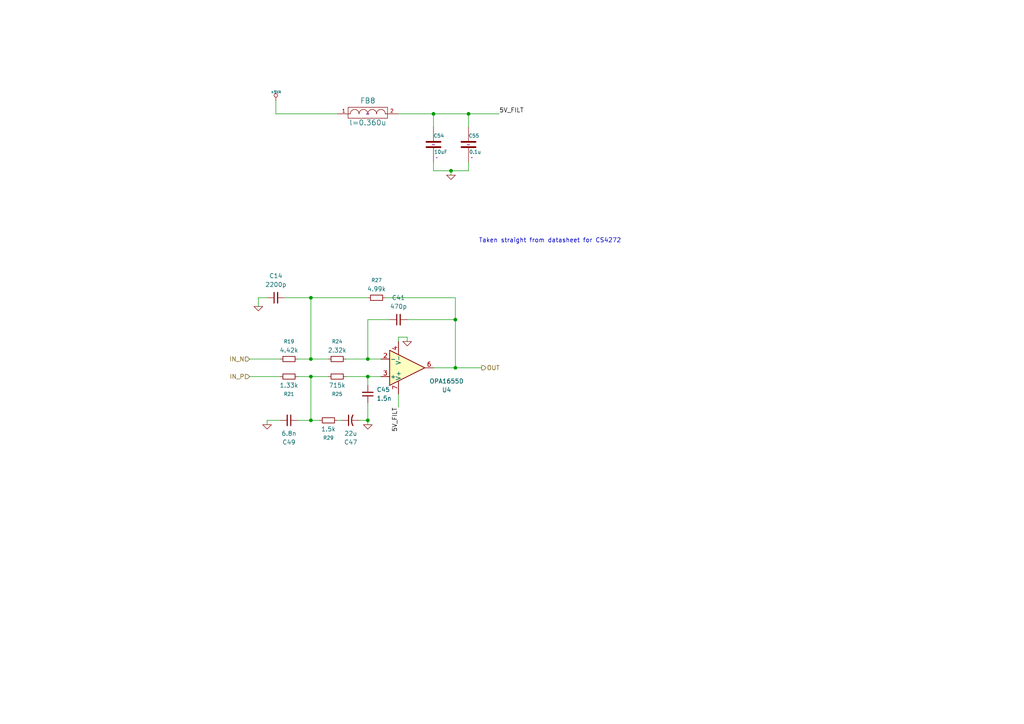
<source format=kicad_sch>
(kicad_sch (version 20250114) (generator "eeschema") (generator_version "9.0")
  (paper "A4")
  (title_block (title "24 bit audio board for Teensy 3.x") (date "10 may 2015") (rev "0.1a") (company "RF William Hollender"))
  (lib_symbols
    (symbol "+5VA_1" (power) (pin_numbers (hide yes)) (pin_names (offset 0))
      (property "Value" "+5VA" (at 0 2.54 0))
      (symbol "+5VA_1_0_0"
        (pin power_in line (at 0 0 90) (length 0) (hide yes) (name "+5VA") (number "1"))
      )
      (symbol "+5VA_1_0_1"
        (circle (center 0 1.524) (radius 0.508))
        (polyline (pts (xy 0 0) (xy 0 1.016) (xy 0 1.016)))
      )
    )
    (symbol "+5VA_2" (power) (pin_numbers (hide yes)) (pin_names (offset 0))
      (property "Value" "+5VA" (at 0 2.54 0))
      (symbol "+5VA_2_0_0"
        (pin power_in line (at 0 0 90) (length 0) (hide yes) (name "+5VA") (number "1"))
      )
      (symbol "+5VA_2_0_1"
        (circle (center 0 1.524) (radius 0.508))
        (polyline (pts (xy 0 0) (xy 0 1.016) (xy 0 1.016)))
      )
    )
    (symbol "Amplifier_Operational:OPA1655D" (pin_names (offset 0.127))
      (property "Reference" "U" (at 0 6.35 0))
      (property "Value" "OPA1655D" (at 0 3.81 0))
      (symbol "OPA1655D_0_1"
        (polyline (pts (xy -5.08 5.08) (xy 5.08 0) (xy -5.08 -5.08) (xy -5.08 5.08)) (stroke (width 0.254)) (fill (type background)))
      )
      (symbol "OPA1655D_1_1"
        (pin input line (at -7.62 2.54 0) (length 2.54) (name "+") (number "3"))
        (pin input line (at -7.62 -2.54 0) (length 2.54) (name "-") (number "2"))
        (pin power_in line (at -2.54 7.62 270) (length 3.81) (name "V+") (number "7"))
        (pin no_connect line (at -2.54 2.54 270) (length 2.54) (hide yes) (name "NC") (number "1"))
        (pin power_in line (at -2.54 -7.62 90) (length 3.81) (name "V-") (number "4"))
        (pin no_connect line (at 0 2.54 270) (length 2.54) (hide yes) (name "NC") (number "5"))
        (pin no_connect line (at 0 -2.54 90) (length 2.54) (hide yes) (name "NC") (number "8"))
        (pin output line (at 7.62 0 180) (length 2.54) (name "~") (number "6"))
      )
    )
    (symbol "C_1" (pin_numbers (hide yes)) (pin_names (offset 0.254))
      (property "Reference" "C" (at 0 2.54 0))
      (property "Value" "C" (at 0.1524 -2.159 0))
      (symbol "C_1_0_1"
        (polyline (pts (xy -2.032 0.762) (xy 2.032 0.762)) (stroke (width 0.508)))
        (polyline (pts (xy -2.032 -0.762) (xy 2.032 -0.762)) (stroke (width 0.508)))
      )
      (symbol "C_1_1_1"
        (pin passive line (at 0 5.08 270) (length 4.318) (name "~") (number "1"))
        (pin passive line (at 0 -5.08 90) (length 4.318) (name "~") (number "2"))
      )
    )
    (symbol "C_16" (pin_numbers (hide yes)) (pin_names (offset 0.254))
      (property "Reference" "C" (at 0 2.54 0))
      (property "Value" "C" (at 0.1524 -2.159 0))
      (symbol "C_16_0_1"
        (polyline (pts (xy -2.032 0.762) (xy 2.032 0.762)) (stroke (width 0.508)))
        (polyline (pts (xy -2.032 -0.762) (xy 2.032 -0.762)) (stroke (width 0.508)))
      )
      (symbol "C_16_1_1"
        (pin passive line (at 0 5.08 270) (length 4.318) (name "~") (number "1"))
        (pin passive line (at 0 -5.08 90) (length 4.318) (name "~") (number "2"))
      )
    )
    (symbol "C_17" (pin_numbers (hide yes)) (pin_names (offset 0.254))
      (property "Reference" "C" (at 0 2.54 0))
      (property "Value" "C" (at 0.1524 -2.159 0))
      (symbol "C_17_0_1"
        (polyline (pts (xy -2.032 0.762) (xy 2.032 0.762)) (stroke (width 0.508)))
        (polyline (pts (xy -2.032 -0.762) (xy 2.032 -0.762)) (stroke (width 0.508)))
      )
      (symbol "C_17_1_1"
        (pin passive line (at 0 5.08 270) (length 4.318) (name "~") (number "1"))
        (pin passive line (at 0 -5.08 90) (length 4.318) (name "~") (number "2"))
      )
    )
    (symbol "C_2" (pin_numbers (hide yes)) (pin_names (offset 0.254))
      (property "Reference" "C" (at 0 2.54 0))
      (property "Value" "C" (at 0.1524 -2.159 0))
      (symbol "C_2_0_1"
        (polyline (pts (xy -2.032 0.762) (xy 2.032 0.762)) (stroke (width 0.508)))
        (polyline (pts (xy -2.032 -0.762) (xy 2.032 -0.762)) (stroke (width 0.508)))
      )
      (symbol "C_2_1_1"
        (pin passive line (at 0 5.08 270) (length 4.318) (name "~") (number "1"))
        (pin passive line (at 0 -5.08 90) (length 4.318) (name "~") (number "2"))
      )
    )
    (symbol "C_3" (pin_numbers (hide yes)) (pin_names (offset 0.254))
      (property "Reference" "C" (at 0 2.54 0))
      (property "Value" "C" (at 0.1524 -2.159 0))
      (symbol "C_3_0_1"
        (polyline (pts (xy -2.032 0.762) (xy 2.032 0.762)) (stroke (width 0.508)))
        (polyline (pts (xy -2.032 -0.762) (xy 2.032 -0.762)) (stroke (width 0.508)))
      )
      (symbol "C_3_1_1"
        (pin passive line (at 0 5.08 270) (length 4.318) (name "~") (number "1"))
        (pin passive line (at 0 -5.08 90) (length 4.318) (name "~") (number "2"))
      )
    )
    (symbol "C_4" (pin_numbers (hide yes)) (pin_names (offset 0.254))
      (property "Reference" "C" (at 0 2.54 0))
      (property "Value" "C" (at 0.1524 -2.159 0))
      (symbol "C_4_0_1"
        (polyline (pts (xy -2.032 0.762) (xy 2.032 0.762)) (stroke (width 0.508)))
        (polyline (pts (xy -2.032 -0.762) (xy 2.032 -0.762)) (stroke (width 0.508)))
      )
      (symbol "C_4_1_1"
        (pin passive line (at 0 5.08 270) (length 4.318) (name "~") (number "1"))
        (pin passive line (at 0 -5.08 90) (length 4.318) (name "~") (number "2"))
      )
    )
    (symbol "C_5" (pin_numbers (hide yes)) (pin_names (offset 0.254))
      (property "Reference" "C" (at 0 2.54 0))
      (property "Value" "C" (at 0.1524 -2.159 0))
      (symbol "C_5_0_1"
        (polyline (pts (xy -2.032 0.762) (xy 2.032 0.762)) (stroke (width 0.508)))
        (polyline (pts (xy -2.032 -0.762) (xy 2.032 -0.762)) (stroke (width 0.508)))
      )
      (symbol "C_5_1_1"
        (pin passive line (at 0 5.08 270) (length 4.318) (name "~") (number "1"))
        (pin passive line (at 0 -5.08 90) (length 4.318) (name "~") (number "2"))
      )
    )
    (symbol "C_6" (pin_numbers (hide yes)) (pin_names (offset 0.254))
      (property "Reference" "C" (at 0 2.54 0))
      (property "Value" "C" (at 0.1524 -2.159 0))
      (symbol "C_6_0_1"
        (polyline (pts (xy -2.032 0.762) (xy 2.032 0.762)) (stroke (width 0.508)))
        (polyline (pts (xy -2.032 -0.762) (xy 2.032 -0.762)) (stroke (width 0.508)))
      )
      (symbol "C_6_1_1"
        (pin passive line (at 0 5.08 270) (length 4.318) (name "~") (number "1"))
        (pin passive line (at 0 -5.08 90) (length 4.318) (name "~") (number "2"))
      )
    )
    (symbol "C_7" (pin_numbers (hide yes)) (pin_names (offset 0.254))
      (property "Reference" "C" (at 0 2.54 0))
      (property "Value" "C" (at 0.1524 -2.159 0))
      (symbol "C_7_0_1"
        (polyline (pts (xy -2.032 0.762) (xy 2.032 0.762)) (stroke (width 0.508)))
        (polyline (pts (xy -2.032 -0.762) (xy 2.032 -0.762)) (stroke (width 0.508)))
      )
      (symbol "C_7_1_1"
        (pin passive line (at 0 5.08 270) (length 4.318) (name "~") (number "1"))
        (pin passive line (at 0 -5.08 90) (length 4.318) (name "~") (number "2"))
      )
    )
    (symbol "C_8" (pin_numbers (hide yes)) (pin_names (offset 0.254))
      (property "Reference" "C" (at 0 2.54 0))
      (property "Value" "C" (at 0.1524 -2.159 0))
      (symbol "C_8_0_1"
        (polyline (pts (xy -2.032 0.762) (xy 2.032 0.762)) (stroke (width 0.508)))
        (polyline (pts (xy -2.032 -0.762) (xy 2.032 -0.762)) (stroke (width 0.508)))
      )
      (symbol "C_8_1_1"
        (pin passive line (at 0 5.08 270) (length 4.318) (name "~") (number "1"))
        (pin passive line (at 0 -5.08 90) (length 4.318) (name "~") (number "2"))
      )
    )
    (symbol "C_9" (pin_numbers (hide yes)) (pin_names (offset 0.254))
      (property "Reference" "C" (at 0 2.54 0))
      (property "Value" "C" (at 0.1524 -2.159 0))
      (symbol "C_9_0_1"
        (polyline (pts (xy -2.032 0.762) (xy 2.032 0.762)) (stroke (width 0.508)))
        (polyline (pts (xy -2.032 -0.762) (xy 2.032 -0.762)) (stroke (width 0.508)))
      )
      (symbol "C_9_1_1"
        (pin passive line (at 0 5.08 270) (length 4.318) (name "~") (number "1"))
        (pin passive line (at 0 -5.08 90) (length 4.318) (name "~") (number "2"))
      )
    )
    (symbol "Device:C_Small" (pin_numbers (hide yes)) (pin_names (offset 0.254) (hide yes))
      (property "Reference" "C" (at 0.254 1.778 0))
      (property "Value" "C_Small" (at 0.254 -2.032 0))
      (symbol "C_Small_0_1"
        (polyline (pts (xy -1.524 0.508) (xy 1.524 0.508)) (stroke (width 0.3048)))
        (polyline (pts (xy -1.524 -0.508) (xy 1.524 -0.508)) (stroke (width 0.3302)))
      )
      (symbol "C_Small_1_1"
        (pin passive line (at 0 2.54 270) (length 2.032) (name "~") (number "1"))
        (pin passive line (at 0 -2.54 90) (length 2.032) (name "~") (number "2"))
      )
    )
    (symbol "Device:C_Small_US" (pin_numbers (hide yes)) (pin_names (offset 0.254) (hide yes))
      (property "Reference" "C" (at 0.254 1.778 0))
      (property "Value" "C_Small_US" (at 0.254 -2.032 0))
      (symbol "C_Small_US_0_1"
        (polyline (pts (xy -1.524 0.508) (xy 1.524 0.508)) (stroke (width 0.3048)))
        (arc (start -1.524 -0.762) (mid 0 -0.3734) (end 1.524 -0.762) (stroke (width 0.3048)))
      )
      (symbol "C_Small_US_1_1"
        (pin passive line (at 0 2.54 270) (length 2.032) (name "~") (number "1"))
        (pin passive line (at 0 -2.54 90) (length 2.032) (name "~") (number "2"))
      )
    )
    (symbol "Device:R_Small" (pin_numbers (hide yes)) (pin_names (offset 0.254) (hide yes))
      (property "Reference" "R" (at 0 0 90))
      (property "Value" "R_Small" (at 1.778 0 90))
      (symbol "R_Small_0_1"
        (rectangle (start -0.762 1.778) (end 0.762 -1.778) (stroke (width 0.2032)))
      )
      (symbol "R_Small_1_1"
        (pin passive line (at 0 2.54 270) (length 0.762) (name "~") (number "1"))
        (pin passive line (at 0 -2.54 90) (length 0.762) (name "~") (number "2"))
      )
    )
    (symbol "FILTER_1" (pin_names (offset 1.016) (hide yes))
      (property "Reference" "FB" (at 0 3.81 0))
      (property "Value" "FILTER" (at 0 -2.54 0))
      (symbol "FILTER_1_0_1"
        (rectangle (start -5.715 1.905) (end 5.715 -1.27))
        (arc (start -5.08 0) (mid -3.81 1.27) (end -2.54 0))
        (arc (start -2.54 0) (mid -1.27 1.27) (end 0 0))
        (arc (start 0 0) (mid 0 0) (end 0 0))
        (arc (start 0 0) (mid 1.27 1.27) (end 2.54 0))
        (arc (start 2.54 0) (mid 3.81 1.27) (end 5.08 0))
      )
      (symbol "FILTER_1_1_1"
        (pin passive line (at -8.89 0 0) (length 3.81) (name "1") (number "1"))
        (pin passive line (at 8.89 0 180) (length 3.81) (name "2") (number "2"))
      )
    )
    (symbol "FILTER_2" (pin_names (offset 1.016) (hide yes))
      (property "Reference" "FB" (at 0 3.81 0))
      (property "Value" "FILTER" (at 0 -2.54 0))
      (symbol "FILTER_2_0_1"
        (rectangle (start -5.715 1.905) (end 5.715 -1.27))
        (arc (start -5.08 0) (mid -3.81 1.27) (end -2.54 0))
        (arc (start -2.54 0) (mid -1.27 1.27) (end 0 0))
        (arc (start 0 0) (mid 0 0) (end 0 0))
        (arc (start 0 0) (mid 1.27 1.27) (end 2.54 0))
        (arc (start 2.54 0) (mid 3.81 1.27) (end 5.08 0))
      )
      (symbol "FILTER_2_1_1"
        (pin passive line (at -8.89 0 0) (length 3.81) (name "1") (number "1"))
        (pin passive line (at 8.89 0 180) (length 3.81) (name "2") (number "2"))
      )
    )
    (symbol "GND_1" (power) (pin_names (offset 0))
      (symbol "GND_1_0_1"
        (polyline (pts (xy -1.27 0) (xy 0 -1.27) (xy 1.27 0) (xy -1.27 0)))
      )
      (symbol "GND_1_1_1"
        (pin power_in line (at 0 0 90) (length 0) (hide yes) (name "GND") (number "1"))
      )
    )
    (symbol "GND_10" (power) (pin_names (offset 0))
      (symbol "GND_10_0_1"
        (polyline (pts (xy -1.27 0) (xy 0 -1.27) (xy 1.27 0) (xy -1.27 0)))
      )
      (symbol "GND_10_1_1"
        (pin power_in line (at 0 0 90) (length 0) (hide yes) (name "GND") (number "1"))
      )
    )
    (symbol "GND_14" (power) (pin_names (offset 0))
      (symbol "GND_14_0_1"
        (polyline (pts (xy -1.27 0) (xy 0 -1.27) (xy 1.27 0) (xy -1.27 0)))
      )
      (symbol "GND_14_1_1"
        (pin power_in line (at 0 0 90) (length 0) (hide yes) (name "GND") (number "1"))
      )
    )
    (symbol "GND_2" (power) (pin_names (offset 0))
      (symbol "GND_2_0_1"
        (polyline (pts (xy -1.27 0) (xy 0 -1.27) (xy 1.27 0) (xy -1.27 0)))
      )
      (symbol "GND_2_1_1"
        (pin power_in line (at 0 0 90) (length 0) (hide yes) (name "GND") (number "1"))
      )
    )
    (symbol "GND_3" (power) (pin_names (offset 0))
      (symbol "GND_3_0_1"
        (polyline (pts (xy -1.27 0) (xy 0 -1.27) (xy 1.27 0) (xy -1.27 0)))
      )
      (symbol "GND_3_1_1"
        (pin power_in line (at 0 0 90) (length 0) (hide yes) (name "GND") (number "1"))
      )
    )
    (symbol "GND_4" (power) (pin_names (offset 0))
      (symbol "GND_4_0_1"
        (polyline (pts (xy -1.27 0) (xy 0 -1.27) (xy 1.27 0) (xy -1.27 0)))
      )
      (symbol "GND_4_1_1"
        (pin power_in line (at 0 0 90) (length 0) (hide yes) (name "GND") (number "1"))
      )
    )
    (symbol "GND_5" (power) (pin_names (offset 0))
      (symbol "GND_5_0_1"
        (polyline (pts (xy -1.27 0) (xy 0 -1.27) (xy 1.27 0) (xy -1.27 0)))
      )
      (symbol "GND_5_1_1"
        (pin power_in line (at 0 0 90) (length 0) (hide yes) (name "GND") (number "1"))
      )
    )
    (symbol "GND_6" (power) (pin_names (offset 0))
      (symbol "GND_6_0_1"
        (polyline (pts (xy -1.27 0) (xy 0 -1.27) (xy 1.27 0) (xy -1.27 0)))
      )
      (symbol "GND_6_1_1"
        (pin power_in line (at 0 0 90) (length 0) (hide yes) (name "GND") (number "1"))
      )
    )
    (symbol "GND_7" (power) (pin_names (offset 0))
      (symbol "GND_7_0_1"
        (polyline (pts (xy -1.27 0) (xy 0 -1.27) (xy 1.27 0) (xy -1.27 0)))
      )
      (symbol "GND_7_1_1"
        (pin power_in line (at 0 0 90) (length 0) (hide yes) (name "GND") (number "1"))
      )
    )
    (symbol "R_1" (pin_numbers (hide yes)) (pin_names (offset 0))
      (property "Reference" "R" (at 2.032 0 90))
      (property "Value" "R" (at 0.1778 0.0254 90))
      (symbol "R_1_0_1"
        (rectangle (start -1.016 3.81) (end 1.016 -3.81) (stroke (width 0.3048)))
      )
      (symbol "R_1_1_1"
        (pin passive line (at 0 6.35 270) (length 2.54) (name "~") (number "1"))
        (pin passive line (at 0 -6.35 90) (length 2.54) (name "~") (number "2"))
      )
    )
    (symbol "R_2" (pin_numbers (hide yes)) (pin_names (offset 0))
      (property "Reference" "R" (at 2.032 0 90))
      (property "Value" "R" (at 0.1778 0.0254 90))
      (symbol "R_2_0_1"
        (rectangle (start -1.016 3.81) (end 1.016 -3.81) (stroke (width 0.3048)))
      )
      (symbol "R_2_1_1"
        (pin passive line (at 0 6.35 270) (length 2.54) (name "~") (number "1"))
        (pin passive line (at 0 -6.35 90) (length 2.54) (name "~") (number "2"))
      )
    )
    (symbol "R_3" (pin_numbers (hide yes)) (pin_names (offset 0))
      (property "Reference" "R" (at 2.032 0 90))
      (property "Value" "R" (at 0.1778 0.0254 90))
      (symbol "R_3_0_1"
        (rectangle (start -1.016 3.81) (end 1.016 -3.81) (stroke (width 0.3048)))
      )
      (symbol "R_3_1_1"
        (pin passive line (at 0 6.35 270) (length 2.54) (name "~") (number "1"))
        (pin passive line (at 0 -6.35 90) (length 2.54) (name "~") (number "2"))
      )
    )
    (symbol "R_4" (pin_numbers (hide yes)) (pin_names (offset 0))
      (property "Reference" "R" (at 2.032 0 90))
      (property "Value" "R" (at 0.1778 0.0254 90))
      (symbol "R_4_0_1"
        (rectangle (start -1.016 3.81) (end 1.016 -3.81) (stroke (width 0.3048)))
      )
      (symbol "R_4_1_1"
        (pin passive line (at 0 6.35 270) (length 2.54) (name "~") (number "1"))
        (pin passive line (at 0 -6.35 90) (length 2.54) (name "~") (number "2"))
      )
    )
    (symbol "R_5" (pin_numbers (hide yes)) (pin_names (offset 0))
      (property "Reference" "R" (at 2.032 0 90))
      (property "Value" "R" (at 0.1778 0.0254 90))
      (symbol "R_5_0_1"
        (rectangle (start -1.016 3.81) (end 1.016 -3.81) (stroke (width 0.3048)))
      )
      (symbol "R_5_1_1"
        (pin passive line (at 0 6.35 270) (length 2.54) (name "~") (number "1"))
        (pin passive line (at 0 -6.35 90) (length 2.54) (name "~") (number "2"))
      )
    )
    (symbol "R_6" (pin_numbers (hide yes)) (pin_names (offset 0))
      (property "Reference" "R" (at 2.032 0 90))
      (property "Value" "R" (at 0.1778 0.0254 90))
      (symbol "R_6_0_1"
        (rectangle (start -1.016 3.81) (end 1.016 -3.81) (stroke (width 0.3048)))
      )
      (symbol "R_6_1_1"
        (pin passive line (at 0 6.35 270) (length 2.54) (name "~") (number "1"))
        (pin passive line (at 0 -6.35 90) (length 2.54) (name "~") (number "2"))
      )
    )
    (symbol "R_7" (pin_numbers (hide yes)) (pin_names (offset 0))
      (property "Reference" "R" (at 2.032 0 90))
      (property "Value" "R" (at 0.1778 0.0254 90))
      (symbol "R_7_0_1"
        (rectangle (start -1.016 3.81) (end 1.016 -3.81) (stroke (width 0.3048)))
      )
      (symbol "R_7_1_1"
        (pin passive line (at 0 6.35 270) (length 2.54) (name "~") (number "1"))
        (pin passive line (at 0 -6.35 90) (length 2.54) (name "~") (number "2"))
      )
    )
    (symbol "R_8" (pin_numbers (hide yes)) (pin_names (offset 0))
      (property "Reference" "R" (at 2.032 0 90))
      (property "Value" "R" (at 0.1778 0.0254 90))
      (symbol "R_8_0_1"
        (rectangle (start -1.016 3.81) (end 1.016 -3.81) (stroke (width 0.3048)))
      )
      (symbol "R_8_1_1"
        (pin passive line (at 0 6.35 270) (length 2.54) (name "~") (number "1"))
        (pin passive line (at 0 -6.35 90) (length 2.54) (name "~") (number "2"))
      )
    )
    (symbol "THS4521_1" (pin_names (offset 1.016))
      (property "Reference" "U" (at 6.35 10.16 0))
      (property "Value" "THS4521" (at 7.62 -8.89 0))
      (symbol "THS4521_1_0_1"
        (polyline (pts (xy -10.16 12.7) (xy -10.16 -12.7) (xy 19.05 0) (xy -10.16 12.7)))
      )
      (symbol "THS4521_1_1_1"
        (pin input line (at -17.78 5.08 0) (length 7.62) (name "INP") (number "8"))
        (pin input line (at -17.78 -5.08 0) (length 7.62) (name "INN") (number "1"))
        (pin power_in line (at -3.81 17.78 270) (length 7.62) (name "VCC") (number "3"))
        (pin power_in line (at -3.81 -17.78 90) (length 7.62) (name "VSS") (number "6"))
        (pin input line (at 0 16.51 270) (length 7.62) (name "~{PD}") (number "7"))
        (pin input line (at 0 -16.51 90) (length 7.62) (name "VOCM") (number "2"))
        (pin output inverted (at 16.51 5.08 180) (length 7.62) (name "OUTN") (number "5"))
        (pin output line (at 16.51 -5.08 180) (length 7.62) (name "OUTP") (number "4"))
      )
    )
  )
  (text "Taken straight from datasheet for CS4272\n" (at 159.512 69.85 0) (effects (font (size 1.27 1.27))))
  (junction (at 135.89 33.02))
  (junction (at 90.17 109.22))
  (junction (at 125.73 33.02))
  (junction (at 90.17 104.14))
  (junction (at 106.68 121.92))
  (junction (at 106.68 104.14))
  (junction (at 132.08 106.68))
  (junction (at 132.08 92.71))
  (junction (at 90.17 86.36))
  (junction (at 106.68 109.22))
  (junction (at 130.81 49.53))
  (junction (at 90.17 121.92))
  (wire (pts (xy 106.68 92.71) (xy 106.68 104.14)))
  (wire (pts (xy 115.57 97.79) (xy 115.57 99.06)))
  (wire (pts (xy 132.08 106.68) (xy 139.7 106.68)))
  (wire (pts (xy 106.68 116.84) (xy 106.68 121.92)))
  (wire (pts (xy 135.89 36.83) (xy 135.89 33.02)))
  (wire (pts (xy 125.73 36.83) (xy 125.73 33.02)))
  (wire (pts (xy 113.03 92.71) (xy 106.68 92.71)))
  (wire (pts (xy 135.89 33.02) (xy 144.78 33.02)))
  (wire (pts (xy 90.17 104.14) (xy 95.25 104.14)))
  (wire (pts (xy 86.36 109.22) (xy 90.17 109.22)))
  (wire (pts (xy 77.47 121.92) (xy 77.47 123.19)))
  (wire (pts (xy 132.08 92.71) (xy 132.08 86.36)))
  (wire (pts (xy 100.33 109.22) (xy 106.68 109.22)))
  (wire (pts (xy 135.89 49.53) (xy 135.89 46.99)))
  (wire (pts (xy 104.14 121.92) (xy 106.68 121.92)))
  (wire (pts (xy 100.33 104.14) (xy 106.68 104.14)))
  (wire (pts (xy 125.73 46.99) (xy 125.73 49.53)))
  (wire (pts (xy 74.93 86.36) (xy 74.93 88.9)))
  (wire (pts (xy 106.68 121.92) (xy 106.68 123.19)))
  (wire (pts (xy 90.17 109.22) (xy 95.25 109.22)))
  (wire (pts (xy 90.17 109.22) (xy 90.17 121.92)))
  (wire (pts (xy 132.08 86.36) (xy 111.76 86.36)))
  (wire (pts (xy 72.39 109.22) (xy 81.28 109.22)))
  (wire (pts (xy 125.73 106.68) (xy 132.08 106.68)))
  (wire (pts (xy 82.55 86.36) (xy 90.17 86.36)))
  (wire (pts (xy 106.68 109.22) (xy 110.49 109.22)))
  (wire (pts (xy 132.08 106.68) (xy 132.08 92.71)))
  (wire (pts (xy 80.01 29.21) (xy 80.01 33.02)))
  (wire (pts (xy 125.73 33.02) (xy 135.89 33.02)))
  (wire (pts (xy 125.73 49.53) (xy 130.81 49.53)))
  (wire (pts (xy 72.39 104.14) (xy 81.28 104.14)))
  (wire (pts (xy 90.17 86.36) (xy 106.68 86.36)))
  (wire (pts (xy 130.81 50.8) (xy 130.81 49.53)))
  (wire (pts (xy 118.11 92.71) (xy 132.08 92.71)))
  (wire (pts (xy 81.28 121.92) (xy 77.47 121.92)))
  (wire (pts (xy 115.57 97.79) (xy 118.11 97.79)))
  (wire (pts (xy 99.06 121.92) (xy 97.79 121.92)))
  (wire (pts (xy 130.81 49.53) (xy 135.89 49.53)))
  (wire (pts (xy 86.36 104.14) (xy 90.17 104.14)))
  (wire (pts (xy 118.11 99.06) (xy 118.11 97.79)))
  (wire (pts (xy 106.68 104.14) (xy 110.49 104.14)))
  (wire (pts (xy 90.17 121.92) (xy 92.71 121.92)))
  (wire (pts (xy 106.68 109.22) (xy 106.68 111.76)))
  (wire (pts (xy 115.57 114.3) (xy 115.57 118.11)))
  (wire (pts (xy 74.93 86.36) (xy 77.47 86.36)))
  (wire (pts (xy 115.57 33.02) (xy 125.73 33.02)))
  (wire (pts (xy 86.36 121.92) (xy 90.17 121.92)))
  (wire (pts (xy 80.01 33.02) (xy 97.79 33.02)))
  (wire (pts (xy 90.17 86.36) (xy 90.17 104.14)))
  (label "5V_FILT" (at 115.57 118.11 270))
  (label "5V_FILT" (at 144.78 33.02 0))
  (hierarchical_label "IN_P" (shape input) (at 72.39 109.22 180))
  (hierarchical_label "OUT" (shape output) (at 139.7 106.68 0))
  (hierarchical_label "IN_N" (shape input) (at 72.39 104.14 180))
  (symbol (lib_name "C_17") (lib_id "SuperAudioBoard-rescue:C") (at 125.73 41.91 0) (unit 1)
    (property "Reference" "C50" (at 125.73 39.37 0) (effects (font (size 1.016 1.016)) (justify left)))
    (property "Value" "10uF" (at 125.8824 44.069 0) (effects (font (size 1.016 1.016)) (justify left)))
    (property "Footprint" "~" (at 126.6952 45.72 0) (effects (font (size 0.762 0.762))))
    (property "Datasheet" "~" (at 125.73 41.91 0) (effects (font (size 1.524 1.524))))
    (property "MFG 1 Name" "Murata" (effects (hide yes)))
    (property "MFG1 PN" "GRM32DR71E106KA12" (effects (hide yes)))
    (property "MFG 2 Name" "TDK" (effects (hide yes)))
    (property "MFG 2 PN" "C3225X7R1E106K250AC" (effects (hide yes)))
    (instances (project "SuperAudioBoard" (path "" (reference "C54") (unit 1)) (path "" (reference "C50") (unit 1))))
  )
  (symbol (lib_name "GND_10") (lib_id "SuperAudioBoard-rescue:GND") (at 106.68 123.19 0) (unit 1)
    (property "Reference" "#PWR056" (effects (hide yes)))
    (property "Value" "GND" (effects (hide yes)))
    (instances (project "SuperAudioBoard" (path "" (reference "#PWR057") (unit 1)) (path "" (reference "#PWR056") (unit 1))))
  )
  (symbol (lib_id "Device:C_Small") (at 106.68 114.3 180) (unit 1)
    (property "Reference" "C42" (at 109.22 113.0235 0) (effects (justify right)))
    (property "Value" "1.5n" (at 109.22 115.5635 0) (effects (justify right)))
    (property "Description" "Unpolarized capacitor, small symbol" (effects (hide yes)))
    (instances (project "SuperAudioBoard" (path "" (reference "C45") (unit 1)) (path "" (reference "C42") (unit 1))))
  )
  (symbol (lib_id "Device:R_Small") (at 83.82 104.14 90) (unit 1)
    (property "Reference" "R18" (at 83.82 99.06 90) (effects (font (size 1.016 1.016))))
    (property "Value" "4.42k" (at 83.82 101.6 90))
    (property "Description" "Resistor, small symbol" (effects (hide yes)))
    (instances (project "" (path "" (reference "R19") (unit 1)) (path "" (reference "R18") (unit 1))))
  )
  (symbol (lib_id "Device:R_Small") (at 97.79 109.22 90) (mirror x) (unit 1)
    (property "Reference" "R23" (at 97.79 114.3 90) (effects (font (size 1.016 1.016))))
    (property "Value" "715k" (at 97.79 111.76 90))
    (property "Description" "Resistor, small symbol" (effects (hide yes)))
    (instances (project "SuperAudioBoard" (path "" (reference "R25") (unit 1)) (path "" (reference "R23") (unit 1))))
  )
  (symbol (lib_id "Device:R_Small") (at 95.25 121.92 90) (mirror x) (unit 1)
    (property "Reference" "R28" (at 95.25 127 90) (effects (font (size 1.016 1.016))))
    (property "Value" "1.5k" (at 95.25 124.46 90))
    (property "Description" "Resistor, small symbol" (effects (hide yes)))
    (instances (project "SuperAudioBoard" (path "" (reference "R29") (unit 1)) (path "" (reference "R28") (unit 1))))
  )
  (symbol (lib_id "Device:R_Small") (at 97.79 104.14 90) (unit 1)
    (property "Reference" "R22" (at 97.79 99.06 90) (effects (font (size 1.016 1.016))))
    (property "Value" "2.32k" (at 97.79 101.6 90))
    (property "Description" "Resistor, small symbol" (effects (hide yes)))
    (instances (project "SuperAudioBoard" (path "" (reference "R24") (unit 1)) (path "" (reference "R22") (unit 1))))
  )
  (symbol (lib_id "Device:R_Small") (at 83.82 109.22 90) (mirror x) (unit 1)
    (property "Reference" "R20" (at 83.82 114.3 90) (effects (font (size 1.016 1.016))))
    (property "Value" "1.33k" (at 83.82 111.76 90))
    (property "Description" "Resistor, small symbol" (effects (hide yes)))
    (instances (project "SuperAudioBoard" (path "" (reference "R21") (unit 1)) (path "" (reference "R20") (unit 1))))
  )
  (symbol (lib_name "FILTER_2") (lib_id "SuperAudioBoard-rescue:FILTER") (at 106.68 33.02 0) (unit 1)
    (property "Reference" "FB7" (at 106.68 29.21 0) (effects (font (size 1.524 1.524))))
    (property "Value" "${SIM.PARAMS}" (at 106.68 35.56 0) (effects (font (size 1.524 1.524))))
    (property "Footprint" "~" (at 106.68 33.02 0) (effects (font (size 1.524 1.524))))
    (property "Datasheet" "~" (at 106.68 33.02 0) (effects (font (size 1.524 1.524))))
    (property "MFG 1 Name" "Murata" (effects (hide yes)))
    (property "MFG1 PN" "BLM18AG221SN1" (effects (hide yes)))
    (property "MFG 2 Name" "TDK" (effects (hide yes)))
    (property "MFG 2 PN" "MMZ1608B221CTAH0" (effects (hide yes)))
    (property "Sim.Device" "L" (effects (hide yes)))
    (property "Sim.Pins" "1=+ 2=-" (effects (hide yes)))
    (property "Sim.Params" "l=0.360u" (effects (hide yes)))
    (instances (project "SuperAudioBoard" (path "" (reference "FB8") (unit 1)) (path "" (reference "FB7") (unit 1))))
  )
  (symbol (lib_id "Device:C_Small") (at 80.01 86.36 90) (unit 1)
    (property "Reference" "C9" (at 80.0163 80.01 90))
    (property "Value" "2200p" (at 80.0163 82.55 90))
    (property "Description" "Unpolarized capacitor, small symbol" (effects (hide yes)))
    (instances (project "" (path "" (reference "C14") (unit 1)) (path "" (reference "C9") (unit 1))))
  )
  (symbol (lib_id "Device:C_Small") (at 115.57 92.71 90) (unit 1)
    (property "Reference" "C15" (at 115.5763 86.36 90))
    (property "Value" "470p" (at 115.5763 88.9 90))
    (property "Description" "Unpolarized capacitor, small symbol" (effects (hide yes)))
    (instances (project "SuperAudioBoard" (path "" (reference "C41") (unit 1)) (path "" (reference "C15") (unit 1))))
  )
  (symbol (lib_id "Device:C_Small") (at 83.82 121.92 270) (mirror x) (unit 1)
    (property "Reference" "C48" (at 83.8136 128.27 90))
    (property "Value" "6.8n" (at 83.8136 125.73 90))
    (property "Description" "Unpolarized capacitor, small symbol" (effects (hide yes)))
    (instances (project "SuperAudioBoard" (path "" (reference "C49") (unit 1)) (path "" (reference "C48") (unit 1))))
  )
  (symbol (lib_id "Device:R_Small") (at 109.22 86.36 90) (unit 1)
    (property "Reference" "R26" (at 109.22 81.28 90) (effects (font (size 1.016 1.016))))
    (property "Value" "4.99k" (at 109.22 83.82 90))
    (property "Description" "Resistor, small symbol" (effects (hide yes)))
    (instances (project "SuperAudioBoard" (path "" (reference "R27") (unit 1)) (path "" (reference "R26") (unit 1))))
  )
  (symbol (lib_name "C_16") (lib_id "SuperAudioBoard-rescue:C") (at 135.89 41.91 0) (unit 1)
    (property "Reference" "C51" (at 135.89 39.37 0) (effects (font (size 1.016 1.016)) (justify left)))
    (property "Value" "0.1u" (at 136.0424 44.069 0) (effects (font (size 1.016 1.016)) (justify left)))
    (property "Footprint" "~" (at 136.8552 45.72 0) (effects (font (size 0.762 0.762))))
    (property "Datasheet" "~" (at 135.89 41.91 0) (effects (font (size 1.524 1.524))))
    (property "MFG 1 Name" "Murata" (effects (hide yes)))
    (property "MFG1 PN" "GRM188R71E104KA01" (effects (hide yes)))
    (property "MFG 2 Name" "TDK" (effects (hide yes)))
    (property "MFG 2 PN" "C1608X7R1E104K080AA" (effects (hide yes)))
    (instances (project "SuperAudioBoard" (path "" (reference "C55") (unit 1)) (path "" (reference "C51") (unit 1))))
  )
  (symbol (lib_id "Amplifier_Operational:OPA1655D") (at 118.11 106.68 0) (mirror x) (unit 1)
    (property "Reference" "U1" (at 129.54 113.1002 0))
    (property "Value" "OPA1655D" (at 129.54 110.5602 0))
    (property "Footprint" "Package_SO:SOIC-8_3.9x4.9mm_P1.27mm" (effects (hide yes)))
    (property "Datasheet" "https://www.ti.com/lit/ds/symlink/opa1655.pdf" (effects (hide yes)))
    (property "Description" "Single Ultra-Low-Noise, Low-Distortion, FET-Input, Burr-Brown Audio Operational Amplifiers, SOIC-8" (effects (hide yes)))
    (property "Sim.Library" "/home/sam-shersher/SuperAudioBoard/KiCADFiles/Board/Models/OPA1655.LIB" (effects (hide yes)))
    (property "Sim.Name" "OPA1655" (effects (hide yes)))
    (property "Sim.Device" "SUBCKT" (effects (hide yes)))
    (property "Sim.Pins" "2=IN- 3=IN+ 7=VCC 6=OUT 4=VEE" (effects (hide yes)))
    (instances (project "SuperAudioBoard" (path "" (reference "U4") (unit 1)) (path "" (reference "U1") (unit 1))))
  )
  (symbol (lib_id "Device:C_Small_US") (at 101.6 121.92 90) (mirror x) (unit 1)
    (property "Reference" "C46" (at 101.727 128.27 90))
    (property "Value" "22u" (at 101.727 125.73 90))
    (property "Description" "capacitor, small US symbol" (effects (hide yes)))
    (instances (project "" (path "" (reference "C47") (unit 1)) (path "" (reference "C46") (unit 1))))
  )
  (symbol (lib_name "GND_10") (lib_id "SuperAudioBoard-rescue:GND") (at 74.93 88.9 0) (unit 1)
    (property "Reference" "#PWR051" (effects (hide yes)))
    (property "Value" "GND" (effects (hide yes)))
    (instances (project "SuperAudioBoard" (path "" (reference "#PWR052") (unit 1)) (path "" (reference "#PWR051") (unit 1))))
  )
  (symbol (lib_name "GND_10") (lib_id "SuperAudioBoard-rescue:GND") (at 118.11 99.06 0) (unit 1)
    (property "Reference" "#PWR054" (effects (hide yes)))
    (property "Value" "GND" (effects (hide yes)))
    (instances (project "SuperAudioBoard" (path "" (reference "#PWR055") (unit 1)) (path "" (reference "#PWR054") (unit 1))))
  )
  (symbol (lib_name "GND_10") (lib_id "SuperAudioBoard-rescue:GND") (at 77.47 123.19 0) (unit 1)
    (property "Reference" "#PWR058" (effects (hide yes)))
    (property "Value" "GND" (effects (hide yes)))
    (instances (project "SuperAudioBoard" (path "" (reference "#PWR059") (unit 1)) (path "" (reference "#PWR058") (unit 1))))
  )
  (symbol (lib_name "GND_14") (lib_id "SuperAudioBoard-rescue:GND") (at 130.81 50.8 0) (unit 1)
    (property "Reference" "#PWR062" (effects (hide yes)))
    (property "Value" "GND" (effects (hide yes)))
    (instances (project "SuperAudioBoard" (path "" (reference "#PWR064") (unit 1)) (path "" (reference "#PWR062") (unit 1))))
  )
  (symbol (lib_name "+5VA_2") (lib_id "SuperAudioBoard-rescue:+5VA") (at 80.01 29.21 0) (unit 1)
    (property "Reference" "#PWR061" (effects (hide yes)))
    (property "Value" "+5VA" (at 80.01 26.67 0) (effects (font (size 0.762 0.762))))
    (instances (project "SuperAudioBoard" (path "" (reference "#PWR063") (unit 1)) (path "" (reference "#PWR061") (unit 1))))
  )
)
</source>
